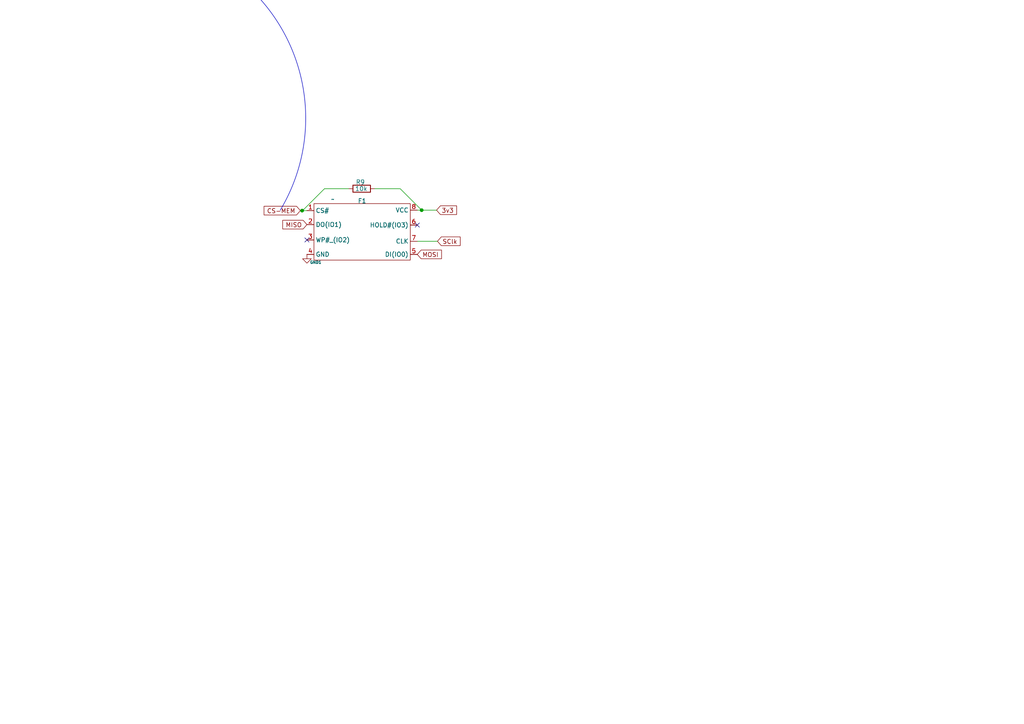
<source format=kicad_sch>
(kicad_sch (version 20230121) (generator eeschema)
  (paper "A4")
  (lib_symbols
    (symbol "21xt_symbols:SPIFLASH"
      (property "Reference" "F" (at 7.747 -0.381 0))
      (symbol "SPIFLASH_0_1"
        (rectangle (start -5.461 -1.27) (end 22.479 -17.653))
      )
      (symbol "SPIFLASH_1_1"
        (pin input line (at -7.493 -3.302 0) (length 2) (name "CS#") (number "1"))
        (pin input line (at -7.493 -7.366 0) (length 2) (name "DO(IO1)") (number "2"))
        (pin input line (at -7.493 -11.811 0) (length 2) (name "WP#_(IO2)") (number "3"))
        (pin input line (at -7.493 -16.002 0) (length 2) (name "GND") (number "4"))
        (pin input line (at 24.511 -16.002 180) (length 2) (name "DI(IO0)") (number "5"))
        (pin input line (at 24.511 -7.493 180) (length 2) (name "HOLD#(IO3)") (number "6"))
        (pin input line (at 24.511 -12.192 180) (length 2) (name "CLK") (number "7"))
        (pin input line (at 24.511 -3.175 180) (length 2) (name "VCC") (number "8"))
      )
    )
    (symbol "Device:R" (pin_numbers hide) (pin_names (offset 0))
      (property "Reference" "R" (at 2.032 0 90))
      (property "Value" "R" (at 0 0 90))
      (symbol "R_0_1"
        (rectangle (start -1.016 -2.54) (end 1.016 2.54) (stroke (width 0.254)))
      )
      (symbol "R_1_1"
        (pin passive line (at 0 3.81 270) (length 1.27) (name "~") (number "1"))
        (pin passive line (at 0 -3.81 90) (length 1.27) (name "~") (number "2"))
      )
    )
    (symbol "power:GND1" (power) (pin_names (offset 0))
      (property "Value" "GND1" (at 0 -3.81 0))
      (symbol "GND1_0_1"
        (polyline (pts (xy 0 0) (xy 0 -1.27) (xy 1.27 -1.27) (xy 0 -2.54) (xy -1.27 -1.27) (xy 0 -1.27)))
      )
      (symbol "GND1_1_1"
        (pin power_in line (at 0 0 270) (length 0) hide (name "GND1") (number "1"))
      )
    )
  )
  (junction (at 122.301 60.96))
  (junction (at 87.63 61.087))
  (no_connect (at 121.031 65.278))
  (no_connect (at 89.027 69.596))
  (wire (pts (xy 87.63 61.087) (xy 89.027 61.087)))
  (wire (pts (xy 87.122 61.087) (xy 87.63 61.087)))
  (wire (pts (xy 94.107 54.737) (xy 87.63 61.214)))
  (wire (pts (xy 108.712 54.737) (xy 116.078 54.737)))
  (wire (pts (xy 116.078 54.737) (xy 122.301 60.96)))
  (wire (pts (xy 122.301 60.96) (xy 121.031 60.96)))
  (wire (pts (xy 122.301 60.96) (xy 126.619 60.96)))
  (wire (pts (xy 101.092 54.737) (xy 94.107 54.737)))
  (wire (pts (xy 87.63 61.214) (xy 87.63 61.087)))
  (wire (pts (xy 126.873 69.977) (xy 121.031 69.977)))
  (arc (start 63.5 -10.16) (mid 87.1194 21.7176) (end 81.28 60.96))
  (text "expose these pads as something we can jump to if needed,\n or better yet figure out with travis if these need to\n be pulled up or down.\n\nim pretty sure the write protection needs to be held\nso that we can actually save to this, and the hold \nprobably needs some sort of access.\nthese do not need to be high frequency as they are just\non off\n\nalso the chip select probably does not need to be high\nspeed either" (at 67.31 -7.62 0) (effects (font (size 1.27 1.27)) (justify left bottom)))
  (global_label "SClk" (shape input) (at 126.873 69.977 0) (property "Intersheetrefs" "${INTERSHEET_REFS}" (effects hide)))
  (global_label "CS-MEM" (shape input) (at 87.122 61.087 180) (property "Intersheetrefs" "${INTERSHEET_REFS}" (effects hide)))
  (global_label "MOSI" (shape input) (at 121.031 73.787 0) (property "Intersheetrefs" "${INTERSHEET_REFS}" (effects hide)))
  (global_label "MISO" (shape input) (at 89.027 65.151 180) (property "Intersheetrefs" "${INTERSHEET_REFS}" (effects hide)))
  (global_label "3v3" (shape input) (at 126.619 60.96 0) (property "Intersheetrefs" "${INTERSHEET_REFS}" (effects hide)))
  (symbol (lib_id "21xt_symbols:SPIFLASH") (at 96.52 57.785 0) (unit 1)
    (property "Reference" "F1" (at 105.029 58.293 0))
    (property "Value" "~" (at 96.52 57.785 0))
    (property "Footprint" "21xt_footprints:SPIFLASH" (effects hide))
  )
  (symbol (lib_id "Device:R") (at 104.902 54.737 90) (unit 1)
    (property "Reference" "R9" (at 104.521 52.832 90))
    (property "Value" "10k" (at 104.775 54.737 90))
    (property "Footprint" "Resistor_SMD:R_0402_1005Metric" (effects hide))
  )
  (symbol (lib_id "power:GND1") (at 89.027 73.787 0) (unit 1)
    (property "Reference" "#PWR031" (effects hide))
    (property "Value" "GND1" (at 91.567 76.073 0) (effects (font (size 0.8 0.8))))
  )
)
</source>
